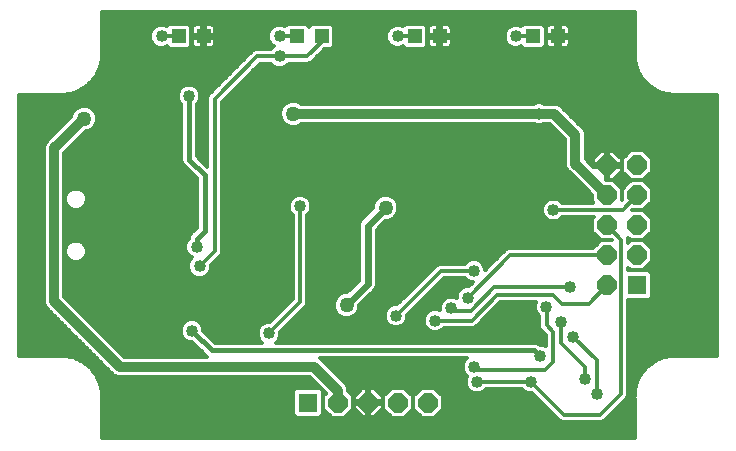
<source format=gbl>
G75*
G70*
%OFA0B0*%
%FSLAX24Y24*%
%IPPOS*%
%LPD*%
%AMOC8*
5,1,8,0,0,1.08239X$1,22.5*
%
%ADD10R,0.0472X0.0472*%
%ADD11R,0.0640X0.0640*%
%ADD12OC8,0.0640*%
%ADD13C,0.0120*%
%ADD14C,0.0400*%
%ADD15C,0.0450*%
%ADD16C,0.0500*%
%ADD17C,0.0240*%
%ADD18C,0.0320*%
%ADD19C,0.0160*%
D10*
X009886Y018199D03*
X010713Y018199D03*
X013823Y018199D03*
X014650Y018199D03*
X017760Y018199D03*
X018587Y018199D03*
X021697Y018199D03*
X022524Y018199D03*
D11*
X025170Y009900D03*
X014205Y005994D03*
D12*
X015205Y005994D03*
X016205Y005994D03*
X017205Y005994D03*
X018205Y005994D03*
X024170Y009900D03*
X024170Y010900D03*
X025170Y010900D03*
X025170Y011900D03*
X024170Y011900D03*
X024170Y012900D03*
X025170Y012900D03*
X025170Y013900D03*
X024170Y013900D03*
D13*
X007330Y006124D02*
X007330Y004796D01*
X025080Y004796D01*
X025080Y006124D01*
X025076Y006129D01*
X025080Y006197D01*
X025080Y006265D01*
X025086Y006271D01*
X025089Y006312D01*
X025081Y006324D01*
X025094Y006385D01*
X025098Y006446D01*
X025109Y006456D01*
X025120Y006503D01*
X025114Y006517D01*
X025135Y006574D01*
X025148Y006635D01*
X025161Y006643D01*
X025178Y006688D01*
X025174Y006702D01*
X025203Y006756D01*
X025225Y006814D01*
X025238Y006820D01*
X025261Y006863D01*
X025259Y006878D01*
X025296Y006927D01*
X025326Y006981D01*
X025340Y006985D01*
X025369Y007024D01*
X025369Y007039D01*
X025413Y007082D01*
X025450Y007132D01*
X025464Y007134D01*
X025498Y007168D01*
X025501Y007183D01*
X025550Y007220D01*
X025594Y007263D01*
X025608Y007263D01*
X025647Y007293D01*
X025651Y007307D01*
X025705Y007336D01*
X025755Y007373D01*
X025769Y007371D01*
X025812Y007394D01*
X025818Y007408D01*
X025876Y007429D01*
X025930Y007459D01*
X025944Y007455D01*
X025990Y007472D01*
X025998Y007484D01*
X026058Y007497D01*
X026116Y007519D01*
X026129Y007513D01*
X026177Y007523D01*
X026186Y007534D01*
X026248Y007539D01*
X026308Y007552D01*
X026320Y007544D01*
X026362Y007547D01*
X026367Y007552D01*
X026435Y007552D01*
X026503Y007557D01*
X026509Y007552D01*
X027836Y007552D01*
X027836Y016247D01*
X026509Y016247D01*
X026503Y016242D01*
X026435Y016247D01*
X026367Y016247D01*
X026362Y016252D01*
X026320Y016255D01*
X026308Y016247D01*
X026248Y016261D01*
X026186Y016265D01*
X026177Y016276D01*
X026129Y016286D01*
X026116Y016280D01*
X026058Y016302D01*
X025998Y016315D01*
X025990Y016327D01*
X025944Y016344D01*
X025930Y016340D01*
X025876Y016370D01*
X025818Y016391D01*
X025812Y016405D01*
X025769Y016428D01*
X025755Y016426D01*
X025705Y016463D01*
X025651Y016492D01*
X025647Y016506D01*
X025608Y016536D01*
X025594Y016536D01*
X025550Y016579D01*
X025501Y016616D01*
X025498Y016631D01*
X025464Y016665D01*
X025450Y016667D01*
X025413Y016716D01*
X025369Y016760D01*
X025369Y016775D01*
X025340Y016814D01*
X025326Y016818D01*
X025296Y016872D01*
X025259Y016921D01*
X025261Y016936D01*
X025238Y016979D01*
X025225Y016985D01*
X025203Y017043D01*
X025174Y017097D01*
X025178Y017111D01*
X025161Y017156D01*
X025148Y017164D01*
X025135Y017225D01*
X025114Y017282D01*
X025120Y017296D01*
X025109Y017343D01*
X025098Y017353D01*
X025094Y017414D01*
X025081Y017475D01*
X025089Y017487D01*
X025086Y017528D01*
X025080Y017534D01*
X025080Y017602D01*
X025076Y017670D01*
X025080Y017675D01*
X025080Y019003D01*
X007330Y019003D01*
X007330Y017675D01*
X007335Y017670D01*
X007330Y017602D01*
X007330Y017534D01*
X007325Y017528D01*
X007322Y017487D01*
X007330Y017475D01*
X007317Y017414D01*
X007312Y017353D01*
X007301Y017343D01*
X007291Y017296D01*
X007297Y017282D01*
X007276Y017225D01*
X007262Y017164D01*
X007250Y017156D01*
X007233Y017111D01*
X007237Y017097D01*
X007208Y017043D01*
X007186Y016985D01*
X007173Y016979D01*
X007149Y016936D01*
X007151Y016921D01*
X007115Y016872D01*
X007085Y016818D01*
X007071Y016814D01*
X007042Y016775D01*
X007042Y016760D01*
X006998Y016717D01*
X006961Y016667D01*
X006947Y016665D01*
X006912Y016631D01*
X006910Y016616D01*
X006861Y016579D01*
X006817Y016536D01*
X006802Y016536D01*
X006763Y016506D01*
X006759Y016492D01*
X006705Y016463D01*
X006656Y016426D01*
X006641Y016428D01*
X006599Y016405D01*
X006593Y016391D01*
X006535Y016370D01*
X006481Y016340D01*
X006467Y016344D01*
X006421Y016327D01*
X006413Y016315D01*
X006353Y016302D01*
X006295Y016280D01*
X006282Y016286D01*
X006234Y016276D01*
X006224Y016265D01*
X006163Y016261D01*
X006103Y016247D01*
X006090Y016255D01*
X006049Y016252D01*
X006044Y016247D01*
X005975Y016247D01*
X005908Y016242D01*
X005902Y016247D01*
X004574Y016247D01*
X004574Y007552D01*
X005902Y007552D01*
X005908Y007557D01*
X005975Y007552D01*
X006044Y007552D01*
X006049Y007547D01*
X006090Y007544D01*
X006103Y007552D01*
X006163Y007539D01*
X006224Y007534D01*
X006234Y007523D01*
X006282Y007513D01*
X006295Y007519D01*
X006353Y007497D01*
X006413Y007484D01*
X006421Y007472D01*
X006467Y007455D01*
X006481Y007459D01*
X006535Y007429D01*
X006593Y007408D01*
X006599Y007394D01*
X006641Y007371D01*
X006656Y007373D01*
X006705Y007336D01*
X006759Y007307D01*
X006763Y007293D01*
X006802Y007263D01*
X006817Y007263D01*
X006861Y007220D01*
X006910Y007183D01*
X006912Y007168D01*
X006947Y007134D01*
X006961Y007132D01*
X006998Y007082D01*
X007042Y007039D01*
X007042Y007024D01*
X007071Y006985D01*
X007085Y006981D01*
X007115Y006927D01*
X007151Y006878D01*
X007149Y006863D01*
X007173Y006820D01*
X007186Y006814D01*
X007208Y006756D01*
X007237Y006702D01*
X007233Y006688D01*
X007250Y006643D01*
X007262Y006635D01*
X007276Y006574D01*
X007297Y006517D01*
X007291Y006503D01*
X007301Y006456D01*
X007312Y006446D01*
X007317Y006385D01*
X007330Y006324D01*
X007322Y006312D01*
X007325Y006271D01*
X007330Y006265D01*
X007330Y006197D01*
X007335Y006129D01*
X007330Y006124D01*
X007333Y006157D02*
X013705Y006157D01*
X013705Y006039D02*
X007330Y006039D01*
X007330Y005920D02*
X013705Y005920D01*
X013705Y005801D02*
X007330Y005801D01*
X007330Y005683D02*
X013705Y005683D01*
X013705Y005599D02*
X013811Y005494D01*
X014600Y005494D01*
X014705Y005599D01*
X014705Y006389D01*
X014600Y006494D01*
X013811Y006494D01*
X013705Y006389D01*
X013705Y005599D01*
X013740Y005564D02*
X007330Y005564D01*
X007330Y005446D02*
X022529Y005446D01*
X022596Y005379D02*
X022684Y005343D01*
X022780Y005343D01*
X023879Y005343D01*
X023975Y005343D01*
X024063Y005379D01*
X024840Y006157D01*
X025078Y006157D01*
X025080Y006039D02*
X024722Y006039D01*
X024840Y006157D02*
X024877Y006245D01*
X024877Y006340D01*
X024877Y009400D01*
X025564Y009400D01*
X025670Y009505D01*
X025670Y010294D01*
X025564Y010399D01*
X024877Y010399D01*
X024877Y010486D01*
X024963Y010400D01*
X025377Y010400D01*
X025670Y010692D01*
X025670Y011107D01*
X025377Y011399D01*
X024963Y011399D01*
X024963Y011400D02*
X025377Y011400D01*
X025670Y011692D01*
X025670Y012107D01*
X025377Y012399D01*
X025005Y012399D01*
X025005Y012400D01*
X025377Y012400D01*
X025670Y012692D01*
X025670Y013107D01*
X025377Y013399D01*
X024963Y013399D01*
X024963Y013400D02*
X025377Y013400D01*
X025670Y013692D01*
X025670Y014107D01*
X025377Y014399D01*
X024963Y014399D01*
X024670Y014107D01*
X024670Y013692D01*
X024963Y013400D01*
X024963Y013399D02*
X024670Y013107D01*
X024377Y013399D01*
X024149Y013399D01*
X024129Y013420D01*
X024130Y013420D01*
X024130Y013859D01*
X024210Y013859D01*
X024210Y013420D01*
X024369Y013420D01*
X024650Y013701D01*
X024650Y013859D01*
X024210Y013859D01*
X024210Y013940D01*
X024130Y013940D01*
X024130Y014379D01*
X023971Y014379D01*
X023690Y014098D01*
X023690Y013940D01*
X024130Y013940D01*
X024130Y013859D01*
X023690Y013859D01*
X023690Y013856D01*
X023447Y014098D01*
X023447Y014836D01*
X023447Y014971D01*
X023395Y015096D01*
X022683Y015809D01*
X022587Y015904D01*
X022462Y015956D01*
X022066Y015956D01*
X021970Y015996D01*
X021819Y015996D01*
X021722Y015956D01*
X013975Y015956D01*
X013950Y015981D01*
X013792Y016046D01*
X013621Y016046D01*
X013463Y015981D01*
X013342Y015860D01*
X013277Y015702D01*
X013277Y015531D01*
X013342Y015372D01*
X013463Y015252D01*
X013621Y015186D01*
X013792Y015186D01*
X013950Y015252D01*
X013975Y015276D01*
X021722Y015276D01*
X021819Y015236D01*
X021970Y015236D01*
X022066Y015276D01*
X022254Y015276D01*
X022767Y014763D01*
X022767Y014023D01*
X022767Y013955D01*
X022767Y013889D01*
X022767Y013888D01*
X022767Y013888D01*
X022794Y013822D01*
X022819Y013764D01*
X022819Y013763D01*
X022872Y013710D01*
X022914Y013668D01*
X022915Y013668D01*
X023670Y012917D01*
X023670Y012692D01*
X023706Y012656D01*
X022665Y012656D01*
X022588Y012733D01*
X022448Y012791D01*
X022297Y012791D01*
X022157Y012733D01*
X022050Y012627D01*
X021992Y012487D01*
X021992Y012336D01*
X022050Y012196D01*
X022157Y012089D01*
X022297Y012031D01*
X022448Y012031D01*
X022588Y012089D01*
X022674Y012176D01*
X023739Y012176D01*
X023670Y012107D01*
X023670Y011692D01*
X023963Y011400D01*
X023963Y011399D02*
X023703Y011139D01*
X020987Y011139D01*
X020891Y011139D01*
X020803Y011103D01*
X020102Y010402D01*
X020102Y010458D01*
X020044Y010598D01*
X019937Y010705D01*
X019798Y010763D01*
X019646Y010763D01*
X019507Y010705D01*
X019425Y010623D01*
X018680Y010623D01*
X018584Y010623D01*
X018496Y010586D01*
X017173Y009263D01*
X017056Y009263D01*
X016917Y009205D01*
X016810Y009098D01*
X016752Y008958D01*
X016752Y008807D01*
X016810Y008667D01*
X016917Y008560D01*
X017056Y008503D01*
X017208Y008503D01*
X017347Y008560D01*
X017454Y008667D01*
X017512Y008807D01*
X017512Y008923D01*
X018732Y010143D01*
X019425Y010143D01*
X019507Y010060D01*
X019646Y010003D01*
X019703Y010003D01*
X019573Y009872D01*
X019456Y009872D01*
X019317Y009815D01*
X019210Y009708D01*
X019152Y009568D01*
X019152Y009478D01*
X019050Y009520D01*
X018899Y009520D01*
X018759Y009462D01*
X018652Y009355D01*
X018595Y009216D01*
X018595Y009069D01*
X018508Y009105D01*
X018356Y009105D01*
X018217Y009047D01*
X018110Y008940D01*
X018052Y008801D01*
X018052Y008649D01*
X018110Y008510D01*
X018217Y008403D01*
X018356Y008345D01*
X018508Y008345D01*
X018647Y008403D01*
X018729Y008485D01*
X019701Y008485D01*
X019789Y008522D01*
X019857Y008589D01*
X020610Y009343D01*
X021800Y009343D01*
X021765Y009258D01*
X021765Y009107D01*
X021823Y008967D01*
X021907Y008883D01*
X021907Y008616D01*
X021907Y008521D01*
X021943Y008433D01*
X022117Y008259D01*
X022117Y007867D01*
X022008Y007913D01*
X021920Y007913D01*
X021879Y007953D01*
X021784Y007993D01*
X021680Y007993D01*
X013121Y007993D01*
X013216Y008088D01*
X013274Y008228D01*
X013274Y008344D01*
X014136Y009205D01*
X014172Y009294D01*
X014172Y009389D01*
X014172Y012235D01*
X014254Y012317D01*
X014312Y012457D01*
X014312Y012608D01*
X014254Y012748D01*
X014147Y012855D01*
X014008Y012913D01*
X013856Y012913D01*
X013717Y012855D01*
X013610Y012748D01*
X013552Y012608D01*
X013552Y012457D01*
X013610Y012317D01*
X013692Y012235D01*
X013692Y009441D01*
X012935Y008684D01*
X012819Y008684D01*
X012679Y008626D01*
X012572Y008519D01*
X012514Y008379D01*
X012514Y008228D01*
X012572Y008088D01*
X012668Y007993D01*
X011090Y007993D01*
X010712Y008370D01*
X010712Y008458D01*
X010654Y008598D01*
X010547Y008705D01*
X010408Y008763D01*
X010256Y008763D01*
X010117Y008705D01*
X010010Y008598D01*
X009952Y008458D01*
X009952Y008307D01*
X010010Y008167D01*
X010117Y008060D01*
X010256Y008003D01*
X010344Y008003D01*
X010762Y007585D01*
X010824Y007523D01*
X008073Y007523D01*
X006077Y009519D01*
X006077Y014321D01*
X006783Y015028D01*
X006818Y015028D01*
X006976Y015093D01*
X007097Y015214D01*
X007162Y015372D01*
X007162Y015543D01*
X007097Y015701D01*
X006976Y015822D01*
X006818Y015888D01*
X006647Y015888D01*
X006489Y015822D01*
X006368Y015701D01*
X006302Y015543D01*
X006302Y015508D01*
X005544Y014751D01*
X005449Y014655D01*
X005397Y014530D01*
X005397Y009310D01*
X005449Y009185D01*
X005544Y009090D01*
X007740Y006894D01*
X007864Y006843D01*
X008000Y006843D01*
X014268Y006843D01*
X014807Y006303D01*
X014705Y006201D01*
X014705Y005787D01*
X014998Y005494D01*
X015412Y005494D01*
X015705Y005787D01*
X015705Y006201D01*
X015545Y006361D01*
X015545Y006453D01*
X015494Y006578D01*
X015398Y006674D01*
X014601Y007471D01*
X014597Y007473D01*
X019485Y007473D01*
X019410Y007398D01*
X019352Y007258D01*
X019352Y007107D01*
X019410Y006967D01*
X019501Y006876D01*
X019452Y006758D01*
X019452Y006607D01*
X019510Y006467D01*
X019617Y006360D01*
X019756Y006303D01*
X019908Y006303D01*
X020047Y006360D01*
X020130Y006443D01*
X021335Y006443D01*
X021417Y006360D01*
X021556Y006303D01*
X021673Y006303D01*
X022596Y005379D01*
X022732Y005583D02*
X021632Y006683D01*
X019832Y006683D01*
X019491Y006513D02*
X015521Y006513D01*
X015545Y006394D02*
X015927Y006394D01*
X016007Y006474D02*
X015725Y006193D01*
X015725Y006034D01*
X016165Y006034D01*
X016165Y005954D01*
X015725Y005954D01*
X015725Y005795D01*
X016007Y005514D01*
X016165Y005514D01*
X016165Y005954D01*
X016245Y005954D01*
X016245Y005514D01*
X016404Y005514D01*
X016685Y005795D01*
X016685Y005954D01*
X016246Y005954D01*
X016246Y006034D01*
X016685Y006034D01*
X016685Y006193D01*
X016404Y006474D01*
X016245Y006474D01*
X016245Y006034D01*
X016165Y006034D01*
X016165Y006474D01*
X016007Y006474D01*
X016165Y006394D02*
X016245Y006394D01*
X016245Y006276D02*
X016165Y006276D01*
X016165Y006157D02*
X016245Y006157D01*
X016245Y006039D02*
X016165Y006039D01*
X016165Y005920D02*
X016245Y005920D01*
X016245Y005801D02*
X016165Y005801D01*
X016165Y005683D02*
X016245Y005683D01*
X016245Y005564D02*
X016165Y005564D01*
X015956Y005564D02*
X015483Y005564D01*
X015601Y005683D02*
X015838Y005683D01*
X015725Y005801D02*
X015705Y005801D01*
X015705Y005920D02*
X015725Y005920D01*
X015725Y006039D02*
X015705Y006039D01*
X015705Y006157D02*
X015725Y006157D01*
X015808Y006276D02*
X015631Y006276D01*
X015441Y006631D02*
X019452Y006631D01*
X019452Y006750D02*
X015322Y006750D01*
X015203Y006868D02*
X019498Y006868D01*
X019402Y006987D02*
X015085Y006987D01*
X014966Y007105D02*
X019353Y007105D01*
X019352Y007224D02*
X014848Y007224D01*
X014729Y007343D02*
X019387Y007343D01*
X019473Y007461D02*
X014611Y007461D01*
X014360Y006750D02*
X007211Y006750D01*
X007263Y006631D02*
X014479Y006631D01*
X014598Y006513D02*
X007295Y006513D01*
X007316Y006394D02*
X013711Y006394D01*
X013705Y006276D02*
X007325Y006276D01*
X007150Y006868D02*
X007802Y006868D01*
X007647Y006987D02*
X007070Y006987D01*
X006981Y007105D02*
X007528Y007105D01*
X007410Y007224D02*
X006857Y007224D01*
X006697Y007343D02*
X007291Y007343D01*
X007173Y007461D02*
X006450Y007461D01*
X006936Y007698D02*
X004574Y007698D01*
X004574Y007580D02*
X007054Y007580D01*
X006817Y007817D02*
X004574Y007817D01*
X004574Y007935D02*
X006699Y007935D01*
X006580Y008054D02*
X004574Y008054D01*
X004574Y008172D02*
X006462Y008172D01*
X006343Y008291D02*
X004574Y008291D01*
X004574Y008409D02*
X006224Y008409D01*
X006106Y008528D02*
X004574Y008528D01*
X004574Y008647D02*
X005987Y008647D01*
X005869Y008765D02*
X004574Y008765D01*
X004574Y008884D02*
X005750Y008884D01*
X005632Y009002D02*
X004574Y009002D01*
X004574Y009121D02*
X005513Y009121D01*
X005426Y009239D02*
X004574Y009239D01*
X004574Y009358D02*
X005397Y009358D01*
X005397Y009476D02*
X004574Y009476D01*
X004574Y009595D02*
X005397Y009595D01*
X005397Y009713D02*
X004574Y009713D01*
X004574Y009832D02*
X005397Y009832D01*
X005397Y009951D02*
X004574Y009951D01*
X004574Y010069D02*
X005397Y010069D01*
X005397Y010188D02*
X004574Y010188D01*
X004574Y010306D02*
X005397Y010306D01*
X005397Y010425D02*
X004574Y010425D01*
X004574Y010543D02*
X005397Y010543D01*
X005397Y010662D02*
X004574Y010662D01*
X004574Y010780D02*
X005397Y010780D01*
X005397Y010899D02*
X004574Y010899D01*
X004574Y011017D02*
X005397Y011017D01*
X005397Y011136D02*
X004574Y011136D01*
X004574Y011254D02*
X005397Y011254D01*
X005397Y011373D02*
X004574Y011373D01*
X004574Y011492D02*
X005397Y011492D01*
X005397Y011610D02*
X004574Y011610D01*
X004574Y011729D02*
X005397Y011729D01*
X005397Y011847D02*
X004574Y011847D01*
X004574Y011966D02*
X005397Y011966D01*
X005397Y012084D02*
X004574Y012084D01*
X004574Y012203D02*
X005397Y012203D01*
X005397Y012321D02*
X004574Y012321D01*
X004574Y012440D02*
X005397Y012440D01*
X005397Y012558D02*
X004574Y012558D01*
X004574Y012677D02*
X005397Y012677D01*
X005397Y012796D02*
X004574Y012796D01*
X004574Y012914D02*
X005397Y012914D01*
X005397Y013033D02*
X004574Y013033D01*
X004574Y013151D02*
X005397Y013151D01*
X005397Y013270D02*
X004574Y013270D01*
X004574Y013388D02*
X005397Y013388D01*
X005397Y013507D02*
X004574Y013507D01*
X004574Y013625D02*
X005397Y013625D01*
X005397Y013744D02*
X004574Y013744D01*
X004574Y013862D02*
X005397Y013862D01*
X005397Y013981D02*
X004574Y013981D01*
X004574Y014100D02*
X005397Y014100D01*
X005397Y014218D02*
X004574Y014218D01*
X004574Y014337D02*
X005397Y014337D01*
X005397Y014455D02*
X004574Y014455D01*
X004574Y014574D02*
X005415Y014574D01*
X005486Y014692D02*
X004574Y014692D01*
X004574Y014811D02*
X005605Y014811D01*
X005723Y014929D02*
X004574Y014929D01*
X004574Y015048D02*
X005842Y015048D01*
X005960Y015166D02*
X004574Y015166D01*
X004574Y015285D02*
X006079Y015285D01*
X006197Y015404D02*
X004574Y015404D01*
X004574Y015522D02*
X006302Y015522D01*
X006343Y015641D02*
X004574Y015641D01*
X004574Y015759D02*
X006426Y015759D01*
X006623Y015878D02*
X004574Y015878D01*
X004574Y015996D02*
X009908Y015996D01*
X009910Y015992D02*
X009974Y015928D01*
X009977Y015577D01*
X009977Y014140D01*
X009977Y014037D01*
X010016Y013941D01*
X010487Y013471D01*
X010487Y011816D01*
X010335Y011664D01*
X010262Y011591D01*
X010222Y011496D01*
X010222Y011460D01*
X010160Y011398D01*
X010102Y011258D01*
X010102Y011107D01*
X010160Y010967D01*
X010267Y010860D01*
X010342Y010829D01*
X010260Y010748D01*
X010202Y010608D01*
X010202Y010457D01*
X010260Y010317D01*
X010367Y010210D01*
X010506Y010153D01*
X010658Y010153D01*
X010797Y010210D01*
X010904Y010317D01*
X010962Y010457D01*
X010962Y010573D01*
X011218Y010829D01*
X011286Y010897D01*
X011322Y010985D01*
X011322Y016008D01*
X012604Y017289D01*
X012955Y017289D01*
X013037Y017207D01*
X013177Y017149D01*
X013328Y017149D01*
X013468Y017207D01*
X013550Y017289D01*
X014110Y017289D01*
X014206Y017289D01*
X014294Y017326D01*
X014751Y017783D01*
X014961Y017783D01*
X015066Y017888D01*
X015066Y018509D01*
X014961Y018615D01*
X014339Y018615D01*
X014237Y018512D01*
X014134Y018615D01*
X013513Y018615D01*
X013433Y018535D01*
X013328Y018579D01*
X013177Y018579D01*
X013037Y018521D01*
X012930Y018414D01*
X012873Y018274D01*
X012873Y018123D01*
X012930Y017983D01*
X013037Y017877D01*
X013068Y017864D01*
X013037Y017852D01*
X012955Y017769D01*
X012457Y017769D01*
X012369Y017733D01*
X012301Y017665D01*
X010879Y016243D01*
X010842Y016155D01*
X010842Y016059D01*
X010842Y013851D01*
X010497Y014196D01*
X010497Y015527D01*
X010497Y015528D01*
X010497Y015580D01*
X010497Y015630D01*
X010496Y015630D01*
X010494Y015932D01*
X010554Y015992D01*
X010612Y016132D01*
X010612Y016283D01*
X010554Y016423D01*
X010447Y016530D01*
X010308Y016588D01*
X010156Y016588D01*
X010017Y016530D01*
X009910Y016423D01*
X009852Y016283D01*
X009852Y016132D01*
X009910Y015992D01*
X009975Y015878D02*
X006841Y015878D01*
X007039Y015759D02*
X009975Y015759D01*
X009976Y015641D02*
X007122Y015641D01*
X007162Y015522D02*
X009977Y015522D01*
X009977Y015404D02*
X007162Y015404D01*
X007126Y015285D02*
X009977Y015285D01*
X009977Y015166D02*
X007049Y015166D01*
X006867Y015048D02*
X009977Y015048D01*
X009977Y014929D02*
X006685Y014929D01*
X006566Y014811D02*
X009977Y014811D01*
X009977Y014692D02*
X006448Y014692D01*
X006329Y014574D02*
X009977Y014574D01*
X009977Y014455D02*
X006210Y014455D01*
X006092Y014337D02*
X009977Y014337D01*
X009977Y014218D02*
X006077Y014218D01*
X006077Y014100D02*
X009977Y014100D01*
X010000Y013981D02*
X006077Y013981D01*
X006077Y013862D02*
X010095Y013862D01*
X010214Y013744D02*
X006077Y013744D01*
X006077Y013625D02*
X010332Y013625D01*
X010451Y013507D02*
X006077Y013507D01*
X006077Y013388D02*
X010487Y013388D01*
X010487Y013270D02*
X006077Y013270D01*
X006077Y013151D02*
X010487Y013151D01*
X010487Y013033D02*
X006699Y013033D01*
X006664Y013068D02*
X006764Y012968D01*
X006818Y012837D01*
X006818Y012695D01*
X006764Y012563D01*
X006664Y012463D01*
X006532Y012409D01*
X006390Y012409D01*
X006259Y012463D01*
X006158Y012563D01*
X006104Y012695D01*
X006104Y012837D01*
X006158Y012968D01*
X006259Y013068D01*
X006390Y013123D01*
X006532Y013123D01*
X006664Y013068D01*
X006786Y012914D02*
X010487Y012914D01*
X010487Y012796D02*
X006818Y012796D01*
X006811Y012677D02*
X010487Y012677D01*
X010487Y012558D02*
X006759Y012558D01*
X006608Y012440D02*
X010487Y012440D01*
X010487Y012321D02*
X006077Y012321D01*
X006077Y012203D02*
X010487Y012203D01*
X010487Y012084D02*
X006077Y012084D01*
X006077Y011966D02*
X010487Y011966D01*
X010487Y011847D02*
X006077Y011847D01*
X006077Y011729D02*
X010399Y011729D01*
X010281Y011610D02*
X006077Y011610D01*
X006077Y011492D02*
X010222Y011492D01*
X010150Y011373D02*
X006574Y011373D01*
X006532Y011391D02*
X006664Y011336D01*
X006764Y011236D01*
X006818Y011104D01*
X006818Y010962D01*
X006764Y010831D01*
X006664Y010731D01*
X006532Y010676D01*
X006390Y010676D01*
X006259Y010731D01*
X006158Y010831D01*
X006104Y010962D01*
X006104Y011104D01*
X006158Y011236D01*
X006259Y011336D01*
X006390Y011391D01*
X006532Y011391D01*
X006348Y011373D02*
X006077Y011373D01*
X006077Y011254D02*
X006177Y011254D01*
X006117Y011136D02*
X006077Y011136D01*
X006077Y011017D02*
X006104Y011017D01*
X006130Y010899D02*
X006077Y010899D01*
X006077Y010780D02*
X006209Y010780D01*
X006077Y010662D02*
X010224Y010662D01*
X010202Y010543D02*
X006077Y010543D01*
X006077Y010425D02*
X010215Y010425D01*
X010271Y010306D02*
X006077Y010306D01*
X006077Y010188D02*
X010422Y010188D01*
X010742Y010188D02*
X013692Y010188D01*
X013692Y010306D02*
X010893Y010306D01*
X010949Y010425D02*
X013692Y010425D01*
X013692Y010543D02*
X010962Y010543D01*
X011051Y010662D02*
X013692Y010662D01*
X013692Y010780D02*
X011169Y010780D01*
X011286Y010899D02*
X013692Y010899D01*
X013692Y011017D02*
X011322Y011017D01*
X011322Y011136D02*
X013692Y011136D01*
X013692Y011254D02*
X011322Y011254D01*
X011322Y011373D02*
X013692Y011373D01*
X013692Y011492D02*
X011322Y011492D01*
X011322Y011610D02*
X013692Y011610D01*
X013692Y011729D02*
X011322Y011729D01*
X011322Y011847D02*
X013692Y011847D01*
X013692Y011966D02*
X011322Y011966D01*
X011322Y012084D02*
X013692Y012084D01*
X013692Y012203D02*
X011322Y012203D01*
X011322Y012321D02*
X013608Y012321D01*
X013559Y012440D02*
X011322Y012440D01*
X011322Y012558D02*
X013552Y012558D01*
X013581Y012677D02*
X011322Y012677D01*
X011322Y012796D02*
X013658Y012796D01*
X013932Y012533D02*
X013932Y009341D01*
X012894Y008304D01*
X012514Y008291D02*
X010791Y008291D01*
X010712Y008409D02*
X012527Y008409D01*
X012581Y008528D02*
X010683Y008528D01*
X010606Y008647D02*
X012729Y008647D01*
X013016Y008765D02*
X006830Y008765D01*
X006712Y008884D02*
X013135Y008884D01*
X013254Y009002D02*
X006593Y009002D01*
X006475Y009121D02*
X013372Y009121D01*
X013491Y009239D02*
X006356Y009239D01*
X006238Y009358D02*
X013609Y009358D01*
X013692Y009476D02*
X006119Y009476D01*
X006077Y009595D02*
X013692Y009595D01*
X013692Y009713D02*
X006077Y009713D01*
X006077Y009832D02*
X013692Y009832D01*
X013692Y009951D02*
X006077Y009951D01*
X006077Y010069D02*
X013692Y010069D01*
X014172Y010069D02*
X015882Y010069D01*
X015882Y010057D02*
X015488Y009663D01*
X015397Y009663D01*
X015239Y009597D01*
X015118Y009476D01*
X014172Y009476D01*
X014172Y009358D02*
X015069Y009358D01*
X015052Y009318D02*
X015052Y009147D01*
X015118Y008989D01*
X015239Y008868D01*
X015397Y008803D01*
X015568Y008803D01*
X015726Y008868D01*
X015847Y008989D01*
X015912Y009147D01*
X015912Y009238D01*
X016352Y009678D01*
X016436Y009763D01*
X016482Y009873D01*
X016482Y011758D01*
X016776Y012053D01*
X016868Y012053D01*
X017026Y012118D01*
X017147Y012239D01*
X017212Y012397D01*
X017212Y012568D01*
X017147Y012726D01*
X017026Y012847D01*
X016868Y012913D01*
X016697Y012913D01*
X016539Y012847D01*
X016418Y012726D01*
X016352Y012568D01*
X016352Y012477D01*
X015928Y012053D01*
X015882Y011942D01*
X015882Y011823D01*
X015882Y010057D01*
X015882Y010188D02*
X014172Y010188D01*
X014172Y010306D02*
X015882Y010306D01*
X015882Y010425D02*
X014172Y010425D01*
X014172Y010543D02*
X015882Y010543D01*
X015882Y010662D02*
X014172Y010662D01*
X014172Y010780D02*
X015882Y010780D01*
X015882Y010899D02*
X014172Y010899D01*
X014172Y011017D02*
X015882Y011017D01*
X015882Y011136D02*
X014172Y011136D01*
X014172Y011254D02*
X015882Y011254D01*
X015882Y011373D02*
X014172Y011373D01*
X014172Y011492D02*
X015882Y011492D01*
X015882Y011610D02*
X014172Y011610D01*
X014172Y011729D02*
X015882Y011729D01*
X015882Y011847D02*
X014172Y011847D01*
X014172Y011966D02*
X015892Y011966D01*
X015960Y012084D02*
X014172Y012084D01*
X014172Y012203D02*
X016078Y012203D01*
X016197Y012321D02*
X014256Y012321D01*
X014305Y012440D02*
X016315Y012440D01*
X016352Y012558D02*
X014312Y012558D01*
X014284Y012677D02*
X016397Y012677D01*
X016487Y012796D02*
X014207Y012796D01*
X016482Y011729D02*
X023670Y011729D01*
X023670Y011847D02*
X016571Y011847D01*
X016690Y011966D02*
X023670Y011966D01*
X023670Y012084D02*
X022576Y012084D01*
X022169Y012084D02*
X016944Y012084D01*
X017110Y012203D02*
X022047Y012203D01*
X021998Y012321D02*
X017181Y012321D01*
X017212Y012440D02*
X021992Y012440D01*
X022022Y012558D02*
X017212Y012558D01*
X017167Y012677D02*
X022101Y012677D01*
X022372Y012411D02*
X022446Y012416D01*
X024680Y012416D01*
X025170Y012900D01*
X025670Y012914D02*
X027836Y012914D01*
X027836Y012796D02*
X025670Y012796D01*
X025654Y012677D02*
X027836Y012677D01*
X027836Y012558D02*
X025536Y012558D01*
X025417Y012440D02*
X027836Y012440D01*
X027836Y012321D02*
X025455Y012321D01*
X025574Y012203D02*
X027836Y012203D01*
X027836Y012084D02*
X025670Y012084D01*
X025670Y011966D02*
X027836Y011966D01*
X027836Y011847D02*
X025670Y011847D01*
X025670Y011729D02*
X027836Y011729D01*
X027836Y011610D02*
X025588Y011610D01*
X025469Y011492D02*
X027836Y011492D01*
X027836Y011373D02*
X025403Y011373D01*
X025522Y011254D02*
X027836Y011254D01*
X027836Y011136D02*
X025641Y011136D01*
X025670Y011017D02*
X027836Y011017D01*
X027836Y010899D02*
X025670Y010899D01*
X025670Y010780D02*
X027836Y010780D01*
X027836Y010662D02*
X025639Y010662D01*
X025521Y010543D02*
X027836Y010543D01*
X027836Y010425D02*
X025402Y010425D01*
X025658Y010306D02*
X027836Y010306D01*
X027836Y010188D02*
X025670Y010188D01*
X025670Y010069D02*
X027836Y010069D01*
X027836Y009951D02*
X025670Y009951D01*
X025670Y009832D02*
X027836Y009832D01*
X027836Y009713D02*
X025670Y009713D01*
X025670Y009595D02*
X027836Y009595D01*
X027836Y009476D02*
X025641Y009476D01*
X024877Y009358D02*
X027836Y009358D01*
X027836Y009239D02*
X024877Y009239D01*
X024877Y009121D02*
X027836Y009121D01*
X027836Y009002D02*
X024877Y009002D01*
X024877Y008884D02*
X027836Y008884D01*
X027836Y008765D02*
X024877Y008765D01*
X024877Y008647D02*
X027836Y008647D01*
X027836Y008528D02*
X024877Y008528D01*
X024877Y008409D02*
X027836Y008409D01*
X027836Y008291D02*
X024877Y008291D01*
X024877Y008172D02*
X027836Y008172D01*
X027836Y008054D02*
X024877Y008054D01*
X024877Y007935D02*
X027836Y007935D01*
X027836Y007817D02*
X024877Y007817D01*
X024877Y007698D02*
X027836Y007698D01*
X027836Y007580D02*
X024877Y007580D01*
X024877Y007461D02*
X025961Y007461D01*
X025714Y007343D02*
X024877Y007343D01*
X024877Y007224D02*
X025554Y007224D01*
X025430Y007105D02*
X024877Y007105D01*
X024877Y006987D02*
X025341Y006987D01*
X025260Y006868D02*
X024877Y006868D01*
X024877Y006750D02*
X025200Y006750D01*
X025148Y006631D02*
X024877Y006631D01*
X024877Y006513D02*
X025115Y006513D01*
X025095Y006394D02*
X024877Y006394D01*
X024877Y006276D02*
X025086Y006276D01*
X024637Y006293D02*
X023927Y005583D01*
X022732Y005583D01*
X022411Y005564D02*
X018483Y005564D01*
X018412Y005494D02*
X017998Y005494D01*
X017705Y005787D01*
X017412Y005494D01*
X016998Y005494D01*
X016705Y005787D01*
X016705Y006201D01*
X016998Y006494D01*
X017412Y006494D01*
X017705Y006201D01*
X017705Y005787D01*
X017705Y006201D01*
X017998Y006494D01*
X018412Y006494D01*
X018705Y006201D01*
X018705Y005787D01*
X018412Y005494D01*
X018601Y005683D02*
X022292Y005683D01*
X022174Y005801D02*
X018705Y005801D01*
X018705Y005920D02*
X022055Y005920D01*
X021937Y006039D02*
X018705Y006039D01*
X018705Y006157D02*
X021818Y006157D01*
X021700Y006276D02*
X018631Y006276D01*
X018512Y006394D02*
X019583Y006394D01*
X020081Y006394D02*
X021383Y006394D01*
X022101Y007083D02*
X019832Y007083D01*
X019732Y007183D01*
X017898Y006394D02*
X017512Y006394D01*
X017631Y006276D02*
X017780Y006276D01*
X017705Y006157D02*
X017705Y006157D01*
X017705Y006039D02*
X017705Y006039D01*
X017705Y005920D02*
X017705Y005920D01*
X017705Y005801D02*
X017705Y005801D01*
X017601Y005683D02*
X017809Y005683D01*
X017928Y005564D02*
X017483Y005564D01*
X016928Y005564D02*
X016455Y005564D01*
X016573Y005683D02*
X016809Y005683D01*
X016705Y005801D02*
X016685Y005801D01*
X016685Y005920D02*
X016705Y005920D01*
X016705Y006039D02*
X016685Y006039D01*
X016685Y006157D02*
X016705Y006157D01*
X016780Y006276D02*
X016602Y006276D01*
X016484Y006394D02*
X016898Y006394D01*
X014780Y006276D02*
X014705Y006276D01*
X014700Y006394D02*
X014716Y006394D01*
X014705Y006157D02*
X014705Y006157D01*
X014705Y006039D02*
X014705Y006039D01*
X014705Y005920D02*
X014705Y005920D01*
X014705Y005801D02*
X014705Y005801D01*
X014705Y005683D02*
X014809Y005683D01*
X014928Y005564D02*
X014670Y005564D01*
X010767Y007580D02*
X008016Y007580D01*
X007897Y007698D02*
X010649Y007698D01*
X010762Y007585D02*
X010762Y007585D01*
X010530Y007817D02*
X007779Y007817D01*
X007660Y007935D02*
X010412Y007935D01*
X010133Y008054D02*
X007542Y008054D01*
X007423Y008172D02*
X010008Y008172D01*
X009959Y008291D02*
X007305Y008291D01*
X007186Y008409D02*
X009952Y008409D01*
X009981Y008528D02*
X007067Y008528D01*
X006949Y008647D02*
X010059Y008647D01*
X010910Y008172D02*
X012537Y008172D01*
X012607Y008054D02*
X011029Y008054D01*
X013182Y008054D02*
X022117Y008054D01*
X022117Y008172D02*
X013251Y008172D01*
X013274Y008291D02*
X022085Y008291D01*
X021967Y008409D02*
X018654Y008409D01*
X018432Y008725D02*
X019653Y008725D01*
X020511Y009583D01*
X022364Y009583D01*
X022664Y009283D01*
X023547Y009283D01*
X024170Y009900D01*
X024877Y010425D02*
X024938Y010425D01*
X024170Y010900D02*
X020939Y010900D01*
X019532Y009492D01*
X019359Y009832D02*
X018421Y009832D01*
X018539Y009951D02*
X019651Y009951D01*
X019498Y010069D02*
X018658Y010069D01*
X018632Y010383D02*
X017132Y008883D01*
X016752Y008884D02*
X015741Y008884D01*
X015852Y009002D02*
X016770Y009002D01*
X016833Y009121D02*
X015901Y009121D01*
X015913Y009239D02*
X017000Y009239D01*
X017268Y009358D02*
X016032Y009358D01*
X016150Y009476D02*
X017386Y009476D01*
X017505Y009595D02*
X016269Y009595D01*
X016387Y009713D02*
X017624Y009713D01*
X017742Y009832D02*
X016465Y009832D01*
X016482Y009951D02*
X017861Y009951D01*
X017979Y010069D02*
X016482Y010069D01*
X016482Y010188D02*
X018098Y010188D01*
X018216Y010306D02*
X016482Y010306D01*
X016482Y010425D02*
X018335Y010425D01*
X018453Y010543D02*
X016482Y010543D01*
X016482Y010662D02*
X019464Y010662D01*
X019722Y010383D02*
X018632Y010383D01*
X018302Y009713D02*
X019216Y009713D01*
X019163Y009595D02*
X018184Y009595D01*
X018065Y009476D02*
X018794Y009476D01*
X018655Y009358D02*
X017947Y009358D01*
X017828Y009239D02*
X018604Y009239D01*
X018595Y009121D02*
X017710Y009121D01*
X017591Y009002D02*
X018172Y009002D01*
X018086Y008884D02*
X017512Y008884D01*
X017495Y008765D02*
X018052Y008765D01*
X018053Y008647D02*
X017433Y008647D01*
X017269Y008528D02*
X018102Y008528D01*
X018210Y008409D02*
X013340Y008409D01*
X013458Y008528D02*
X016995Y008528D01*
X016831Y008647D02*
X013577Y008647D01*
X013695Y008765D02*
X016769Y008765D01*
X015223Y008884D02*
X013814Y008884D01*
X013932Y009002D02*
X015112Y009002D01*
X015063Y009121D02*
X014051Y009121D01*
X014150Y009239D02*
X015052Y009239D01*
X015052Y009318D02*
X015118Y009476D01*
X015236Y009595D02*
X014172Y009595D01*
X014172Y009713D02*
X015539Y009713D01*
X015657Y009832D02*
X014172Y009832D01*
X014172Y009951D02*
X015776Y009951D01*
X016482Y010780D02*
X020481Y010780D01*
X020599Y010899D02*
X016482Y010899D01*
X016482Y011017D02*
X020718Y011017D01*
X020883Y011136D02*
X016482Y011136D01*
X016482Y011254D02*
X023818Y011254D01*
X023936Y011373D02*
X016482Y011373D01*
X016482Y011492D02*
X023871Y011492D01*
X023963Y011400D02*
X024326Y011400D01*
X024326Y011399D01*
X023963Y011399D01*
X023752Y011610D02*
X016482Y011610D01*
X017077Y012796D02*
X023670Y012796D01*
X023670Y012914D02*
X011322Y012914D01*
X011322Y013033D02*
X023554Y013033D01*
X023434Y013151D02*
X011322Y013151D01*
X011322Y013270D02*
X023315Y013270D01*
X023196Y013388D02*
X011322Y013388D01*
X011322Y013507D02*
X023077Y013507D01*
X022957Y013625D02*
X011322Y013625D01*
X011322Y013744D02*
X022838Y013744D01*
X022819Y013763D02*
X022819Y013763D01*
X022778Y013862D02*
X011322Y013862D01*
X011322Y013981D02*
X022767Y013981D01*
X022767Y014023D02*
X022767Y014023D01*
X022767Y014100D02*
X011322Y014100D01*
X011322Y014218D02*
X022767Y014218D01*
X022767Y014337D02*
X011322Y014337D01*
X011322Y014455D02*
X022767Y014455D01*
X022767Y014574D02*
X011322Y014574D01*
X011322Y014692D02*
X022767Y014692D01*
X022719Y014811D02*
X011322Y014811D01*
X011322Y014929D02*
X022600Y014929D01*
X022482Y015048D02*
X011322Y015048D01*
X011322Y015166D02*
X022363Y015166D01*
X022969Y015522D02*
X027836Y015522D01*
X027836Y015404D02*
X023088Y015404D01*
X023206Y015285D02*
X027836Y015285D01*
X027836Y015166D02*
X023325Y015166D01*
X023415Y015048D02*
X027836Y015048D01*
X027836Y014929D02*
X023447Y014929D01*
X023447Y014811D02*
X027836Y014811D01*
X027836Y014692D02*
X023447Y014692D01*
X023447Y014574D02*
X027836Y014574D01*
X027836Y014455D02*
X023447Y014455D01*
X023447Y014337D02*
X023928Y014337D01*
X023810Y014218D02*
X023447Y014218D01*
X023447Y014100D02*
X023691Y014100D01*
X023690Y013981D02*
X023564Y013981D01*
X023684Y013862D02*
X024130Y013862D01*
X024210Y013862D02*
X024670Y013862D01*
X024650Y013940D02*
X024210Y013940D01*
X024210Y014379D01*
X024369Y014379D01*
X024650Y014098D01*
X024650Y013940D01*
X024650Y013981D02*
X024670Y013981D01*
X024670Y014100D02*
X024649Y014100D01*
X024530Y014218D02*
X024781Y014218D01*
X024900Y014337D02*
X024412Y014337D01*
X024210Y014337D02*
X024130Y014337D01*
X024130Y014218D02*
X024210Y014218D01*
X024210Y014100D02*
X024130Y014100D01*
X024130Y013981D02*
X024210Y013981D01*
X024210Y013744D02*
X024130Y013744D01*
X024130Y013625D02*
X024210Y013625D01*
X024210Y013507D02*
X024130Y013507D01*
X024388Y013388D02*
X024952Y013388D01*
X024856Y013507D02*
X024456Y013507D01*
X024575Y013625D02*
X024737Y013625D01*
X024670Y013744D02*
X024650Y013744D01*
X024507Y013270D02*
X024833Y013270D01*
X024714Y013151D02*
X024625Y013151D01*
X024670Y013107D02*
X024670Y012743D01*
X024670Y012743D01*
X024670Y013107D01*
X024670Y013033D02*
X024670Y013033D01*
X024670Y012914D02*
X024670Y012914D01*
X024670Y012796D02*
X024670Y012796D01*
X023685Y012677D02*
X022644Y012677D01*
X024170Y011900D02*
X024637Y011426D01*
X024637Y006293D01*
X024604Y005920D02*
X025080Y005920D01*
X025080Y005801D02*
X024485Y005801D01*
X024367Y005683D02*
X025080Y005683D01*
X025080Y005564D02*
X024248Y005564D01*
X024130Y005446D02*
X025080Y005446D01*
X025080Y005327D02*
X007330Y005327D01*
X007330Y005209D02*
X025080Y005209D01*
X025080Y005090D02*
X007330Y005090D01*
X007330Y004972D02*
X025080Y004972D01*
X025080Y004853D02*
X007330Y004853D01*
X010582Y010533D02*
X011082Y011033D01*
X011082Y016107D01*
X012505Y017529D01*
X013253Y017529D01*
X014158Y017529D01*
X014650Y018022D01*
X014650Y018199D01*
X015066Y018249D02*
X016810Y018249D01*
X016810Y018274D02*
X016810Y018123D01*
X016867Y017983D01*
X016974Y017877D01*
X017114Y017819D01*
X017265Y017819D01*
X017370Y017862D01*
X017450Y017783D01*
X018071Y017783D01*
X018177Y017888D01*
X018177Y018509D01*
X018071Y018615D01*
X017450Y018615D01*
X017370Y018535D01*
X017265Y018579D01*
X017114Y018579D01*
X016974Y018521D01*
X016867Y018414D01*
X016810Y018274D01*
X016848Y018367D02*
X015066Y018367D01*
X015066Y018486D02*
X016939Y018486D01*
X017190Y018199D02*
X017760Y018199D01*
X017439Y018604D02*
X014972Y018604D01*
X014329Y018604D02*
X014145Y018604D01*
X013823Y018199D02*
X013253Y018199D01*
X013002Y018486D02*
X011101Y018486D01*
X011099Y018497D02*
X011077Y018533D01*
X011048Y018563D01*
X011011Y018584D01*
X010971Y018595D01*
X010771Y018595D01*
X010771Y018257D01*
X010655Y018257D01*
X010655Y018595D01*
X010456Y018595D01*
X010415Y018584D01*
X010379Y018563D01*
X010349Y018533D01*
X010328Y018497D01*
X010317Y018456D01*
X010317Y018257D01*
X010655Y018257D01*
X010655Y018141D01*
X010317Y018141D01*
X010317Y017941D01*
X010328Y017901D01*
X010349Y017864D01*
X010379Y017834D01*
X010415Y017813D01*
X010456Y017803D01*
X010655Y017803D01*
X010655Y018140D01*
X010771Y018140D01*
X010771Y017803D01*
X010971Y017803D01*
X011011Y017813D01*
X011048Y017834D01*
X011077Y017864D01*
X011099Y017901D01*
X011109Y017941D01*
X011109Y018141D01*
X010772Y018141D01*
X010772Y018257D01*
X011109Y018257D01*
X011109Y018456D01*
X011099Y018497D01*
X011109Y018367D02*
X012911Y018367D01*
X012873Y018249D02*
X010772Y018249D01*
X010655Y018249D02*
X010303Y018249D01*
X010303Y018367D02*
X010317Y018367D01*
X010303Y018486D02*
X010325Y018486D01*
X010303Y018509D02*
X010197Y018615D01*
X009576Y018615D01*
X009496Y018535D01*
X009391Y018579D01*
X009240Y018579D01*
X009100Y018521D01*
X008993Y018414D01*
X008936Y018274D01*
X008936Y018123D01*
X008993Y017983D01*
X009100Y017877D01*
X009240Y017819D01*
X009391Y017819D01*
X009496Y017862D01*
X009576Y017783D01*
X010197Y017783D01*
X010303Y017888D01*
X010303Y018509D01*
X010208Y018604D02*
X013502Y018604D01*
X012873Y018130D02*
X011109Y018130D01*
X011109Y018011D02*
X012919Y018011D01*
X013021Y017893D02*
X011094Y017893D01*
X010771Y017893D02*
X010655Y017893D01*
X010655Y018011D02*
X010771Y018011D01*
X010771Y018130D02*
X010655Y018130D01*
X010655Y018367D02*
X010771Y018367D01*
X010771Y018486D02*
X010655Y018486D01*
X010317Y018130D02*
X010303Y018130D01*
X010303Y018011D02*
X010317Y018011D01*
X010303Y017893D02*
X010332Y017893D01*
X009886Y018199D02*
X009316Y018199D01*
X009065Y018486D02*
X007330Y018486D01*
X007330Y018604D02*
X009565Y018604D01*
X008974Y018367D02*
X007330Y018367D01*
X007330Y018249D02*
X008936Y018249D01*
X008936Y018130D02*
X007330Y018130D01*
X007330Y018011D02*
X008982Y018011D01*
X009084Y017893D02*
X007330Y017893D01*
X007330Y017774D02*
X012960Y017774D01*
X012292Y017656D02*
X007334Y017656D01*
X007330Y017537D02*
X012173Y017537D01*
X012054Y017419D02*
X007318Y017419D01*
X007292Y017300D02*
X011936Y017300D01*
X011817Y017182D02*
X007266Y017182D01*
X007219Y017063D02*
X011699Y017063D01*
X011580Y016945D02*
X007154Y016945D01*
X007089Y016826D02*
X011462Y016826D01*
X011343Y016707D02*
X006991Y016707D01*
X006874Y016589D02*
X011225Y016589D01*
X011106Y016470D02*
X010507Y016470D01*
X010584Y016352D02*
X010988Y016352D01*
X010875Y016233D02*
X010612Y016233D01*
X010605Y016115D02*
X010842Y016115D01*
X010842Y015996D02*
X010556Y015996D01*
X010495Y015878D02*
X010842Y015878D01*
X010842Y015759D02*
X010495Y015759D01*
X010496Y015641D02*
X010842Y015641D01*
X010842Y015522D02*
X010497Y015522D01*
X010497Y015404D02*
X010842Y015404D01*
X010842Y015285D02*
X010497Y015285D01*
X010497Y015166D02*
X010842Y015166D01*
X010842Y015048D02*
X010497Y015048D01*
X010497Y014929D02*
X010842Y014929D01*
X010842Y014811D02*
X010497Y014811D01*
X010497Y014692D02*
X010842Y014692D01*
X010842Y014574D02*
X010497Y014574D01*
X010497Y014455D02*
X010842Y014455D01*
X010842Y014337D02*
X010497Y014337D01*
X010497Y014218D02*
X010842Y014218D01*
X010842Y014100D02*
X010594Y014100D01*
X010712Y013981D02*
X010842Y013981D01*
X010831Y013862D02*
X010842Y013862D01*
X011322Y015285D02*
X013430Y015285D01*
X013329Y015404D02*
X011322Y015404D01*
X011322Y015522D02*
X013280Y015522D01*
X013277Y015641D02*
X011322Y015641D01*
X011322Y015759D02*
X013301Y015759D01*
X013360Y015878D02*
X011322Y015878D01*
X011322Y015996D02*
X013501Y015996D01*
X013913Y015996D02*
X027836Y015996D01*
X027836Y015878D02*
X022613Y015878D01*
X022732Y015759D02*
X027836Y015759D01*
X027836Y015641D02*
X022851Y015641D01*
X025257Y016945D02*
X012259Y016945D01*
X012378Y017063D02*
X025192Y017063D01*
X025144Y017182D02*
X013406Y017182D01*
X013099Y017182D02*
X012496Y017182D01*
X012141Y016826D02*
X025321Y016826D01*
X025419Y016707D02*
X012022Y016707D01*
X011903Y016589D02*
X025537Y016589D01*
X025691Y016470D02*
X011785Y016470D01*
X011666Y016352D02*
X025909Y016352D01*
X025119Y017300D02*
X014232Y017300D01*
X014387Y017419D02*
X025093Y017419D01*
X025080Y017537D02*
X014505Y017537D01*
X014624Y017656D02*
X025077Y017656D01*
X025080Y017774D02*
X014742Y017774D01*
X015066Y017893D02*
X016958Y017893D01*
X016856Y018011D02*
X015066Y018011D01*
X015066Y018130D02*
X016810Y018130D01*
X018082Y018604D02*
X021376Y018604D01*
X021387Y018615D02*
X021307Y018535D01*
X021202Y018579D01*
X021051Y018579D01*
X020911Y018521D01*
X020804Y018414D01*
X020747Y018274D01*
X020747Y018123D01*
X020804Y017983D01*
X020911Y017877D01*
X021051Y017819D01*
X021202Y017819D01*
X021307Y017862D01*
X021387Y017783D01*
X022008Y017783D01*
X022114Y017888D01*
X022114Y018509D01*
X022008Y018615D01*
X021387Y018615D01*
X020876Y018486D02*
X018976Y018486D01*
X018973Y018497D02*
X018951Y018533D01*
X018922Y018563D01*
X018885Y018584D01*
X018845Y018595D01*
X018645Y018595D01*
X018645Y018257D01*
X018529Y018257D01*
X018529Y018595D01*
X018330Y018595D01*
X018289Y018584D01*
X018253Y018563D01*
X018223Y018533D01*
X018202Y018497D01*
X018191Y018456D01*
X018191Y018257D01*
X018529Y018257D01*
X018529Y018141D01*
X018191Y018141D01*
X018191Y017941D01*
X018202Y017901D01*
X018223Y017864D01*
X018253Y017834D01*
X018289Y017813D01*
X018330Y017803D01*
X018529Y017803D01*
X018529Y018140D01*
X018645Y018140D01*
X018645Y017803D01*
X018845Y017803D01*
X018885Y017813D01*
X018922Y017834D01*
X018951Y017864D01*
X018973Y017901D01*
X018983Y017941D01*
X018983Y018141D01*
X018646Y018141D01*
X018646Y018257D01*
X018983Y018257D01*
X018983Y018456D01*
X018973Y018497D01*
X018983Y018367D02*
X020785Y018367D01*
X020747Y018249D02*
X018646Y018249D01*
X018529Y018249D02*
X018177Y018249D01*
X018177Y018367D02*
X018191Y018367D01*
X018177Y018486D02*
X018199Y018486D01*
X018529Y018486D02*
X018645Y018486D01*
X018645Y018367D02*
X018529Y018367D01*
X018529Y018130D02*
X018645Y018130D01*
X018645Y018011D02*
X018529Y018011D01*
X018529Y017893D02*
X018645Y017893D01*
X018968Y017893D02*
X020895Y017893D01*
X020793Y018011D02*
X018983Y018011D01*
X018983Y018130D02*
X020747Y018130D01*
X021127Y018199D02*
X021697Y018199D01*
X022114Y018249D02*
X022466Y018249D01*
X022466Y018257D02*
X022466Y018141D01*
X022128Y018141D01*
X022128Y017941D01*
X022139Y017901D01*
X022160Y017864D01*
X022190Y017834D01*
X022226Y017813D01*
X022267Y017803D01*
X022466Y017803D01*
X022466Y018140D01*
X022582Y018140D01*
X022582Y017803D01*
X022782Y017803D01*
X022822Y017813D01*
X022859Y017834D01*
X022888Y017864D01*
X022910Y017901D01*
X022920Y017941D01*
X022920Y018141D01*
X022583Y018141D01*
X022583Y018257D01*
X022920Y018257D01*
X022920Y018456D01*
X022910Y018497D01*
X022888Y018533D01*
X022859Y018563D01*
X022822Y018584D01*
X022782Y018595D01*
X022582Y018595D01*
X022582Y018257D01*
X022466Y018257D01*
X022466Y018595D01*
X022267Y018595D01*
X022226Y018584D01*
X022190Y018563D01*
X022160Y018533D01*
X022139Y018497D01*
X022128Y018456D01*
X022128Y018257D01*
X022466Y018257D01*
X022466Y018367D02*
X022582Y018367D01*
X022583Y018249D02*
X025080Y018249D01*
X025080Y018367D02*
X022920Y018367D01*
X022913Y018486D02*
X025080Y018486D01*
X025080Y018604D02*
X022019Y018604D01*
X022114Y018486D02*
X022136Y018486D01*
X022128Y018367D02*
X022114Y018367D01*
X022114Y018130D02*
X022128Y018130D01*
X022114Y018011D02*
X022128Y018011D01*
X022114Y017893D02*
X022143Y017893D01*
X022466Y017893D02*
X022582Y017893D01*
X022582Y018011D02*
X022466Y018011D01*
X022466Y018130D02*
X022582Y018130D01*
X022920Y018130D02*
X025080Y018130D01*
X025080Y018011D02*
X022920Y018011D01*
X022905Y017893D02*
X025080Y017893D01*
X025080Y018723D02*
X007330Y018723D01*
X007330Y018841D02*
X025080Y018841D01*
X025080Y018960D02*
X007330Y018960D01*
X006719Y016470D02*
X009958Y016470D01*
X009881Y016352D02*
X006502Y016352D01*
X004574Y016233D02*
X009852Y016233D01*
X009859Y016115D02*
X004574Y016115D01*
X006077Y013033D02*
X006223Y013033D01*
X006136Y012914D02*
X006077Y012914D01*
X006077Y012796D02*
X006104Y012796D01*
X006111Y012677D02*
X006077Y012677D01*
X006077Y012558D02*
X006163Y012558D01*
X006077Y012440D02*
X006314Y012440D01*
X006745Y011254D02*
X010102Y011254D01*
X010102Y011136D02*
X006805Y011136D01*
X006818Y011017D02*
X010139Y011017D01*
X010228Y010899D02*
X006792Y010899D01*
X006713Y010780D02*
X010292Y010780D01*
X018975Y009140D02*
X019075Y009040D01*
X019618Y009040D01*
X020411Y009833D01*
X022914Y009833D01*
X022145Y009183D02*
X022147Y009180D01*
X022147Y008569D01*
X022357Y008359D01*
X022357Y007339D01*
X022101Y007083D01*
X022645Y007961D02*
X023432Y007173D01*
X023432Y006783D01*
X023832Y006283D02*
X023832Y007395D01*
X023045Y008183D01*
X022645Y007961D02*
X022645Y008683D01*
X021907Y008647D02*
X019914Y008647D01*
X020033Y008765D02*
X021907Y008765D01*
X021906Y008884D02*
X020151Y008884D01*
X020270Y009002D02*
X021808Y009002D01*
X021765Y009121D02*
X020388Y009121D01*
X020507Y009239D02*
X021765Y009239D01*
X021907Y008528D02*
X019796Y008528D01*
X021897Y007935D02*
X022117Y007935D01*
X020125Y010425D02*
X020102Y010425D01*
X020067Y010543D02*
X020244Y010543D01*
X020362Y010662D02*
X019980Y010662D01*
X024877Y011313D02*
X024877Y011425D01*
X024877Y011472D01*
X024877Y011473D01*
X024877Y011474D01*
X024869Y011494D01*
X024963Y011400D01*
X024963Y011399D02*
X024877Y011313D01*
X024877Y011373D02*
X024936Y011373D01*
X024871Y011492D02*
X024870Y011492D01*
X025670Y013033D02*
X027836Y013033D01*
X027836Y013151D02*
X025625Y013151D01*
X025507Y013270D02*
X027836Y013270D01*
X027836Y013388D02*
X025388Y013388D01*
X025484Y013507D02*
X027836Y013507D01*
X027836Y013625D02*
X025603Y013625D01*
X025670Y013744D02*
X027836Y013744D01*
X027836Y013862D02*
X025670Y013862D01*
X025670Y013981D02*
X027836Y013981D01*
X027836Y014100D02*
X025670Y014100D01*
X025558Y014218D02*
X027836Y014218D01*
X027836Y014337D02*
X025440Y014337D01*
X027836Y016115D02*
X011429Y016115D01*
X011548Y016233D02*
X027836Y016233D01*
X022582Y018486D02*
X022466Y018486D01*
X018191Y018130D02*
X018177Y018130D01*
X018177Y018011D02*
X018191Y018011D01*
X018177Y017893D02*
X018206Y017893D01*
D14*
X017190Y018199D03*
X016644Y017366D03*
X018769Y016304D03*
X021127Y017393D03*
X021127Y018199D03*
X023494Y018199D03*
X024867Y018789D03*
X027623Y016033D03*
X026692Y014773D03*
X026672Y013420D03*
X026652Y011430D03*
X023424Y011900D03*
X022720Y011283D03*
X021601Y012283D03*
X022372Y012411D03*
X019742Y013848D03*
X017582Y014241D03*
X015032Y014908D03*
X013720Y014908D03*
X012532Y015283D03*
X013720Y016220D03*
X013253Y017529D03*
X013253Y018199D03*
X011394Y017616D03*
X009316Y018199D03*
X007544Y018789D03*
X010232Y016208D03*
X007832Y015241D03*
X008644Y013866D03*
X010012Y013283D03*
X011545Y014283D03*
X013932Y012533D03*
X014732Y013783D03*
X011682Y012083D03*
X010482Y011183D03*
X010582Y010533D03*
X011782Y010583D03*
X010582Y009683D03*
X011382Y008633D03*
X010332Y008383D03*
X009732Y008583D03*
X007722Y009153D03*
X006363Y010325D03*
X006363Y011703D03*
X008522Y010793D03*
X013482Y011083D03*
X015482Y010683D03*
X016982Y010383D03*
X016932Y011583D03*
X019722Y010383D03*
X019532Y009492D03*
X018975Y009140D03*
X018432Y008725D03*
X017282Y008333D03*
X017132Y008883D03*
X018986Y007122D03*
X019732Y007183D03*
X019832Y006683D03*
X021632Y006683D03*
X021932Y007533D03*
X023045Y008183D03*
X022645Y008683D03*
X022145Y009183D03*
X022914Y009833D03*
X025262Y008173D03*
X026052Y009163D03*
X027623Y007766D03*
X023832Y006283D03*
X023432Y006783D03*
X024867Y005010D03*
X020394Y005616D03*
X013519Y008366D03*
X012894Y008304D03*
X011087Y006585D03*
X009709Y006585D03*
X007544Y005010D03*
X004788Y007766D03*
X004788Y016033D03*
X021894Y015616D03*
X023884Y015693D03*
D15*
X022414Y014283D03*
X015019Y007304D03*
D16*
X015482Y009233D03*
X016782Y012483D03*
X013707Y015616D03*
X006732Y015458D03*
D17*
X016182Y011883D02*
X016782Y012483D01*
X016182Y011883D02*
X016182Y009933D01*
X015482Y009233D01*
D18*
X014409Y007183D02*
X015205Y006386D01*
X015205Y005994D01*
X014409Y007183D02*
X007932Y007183D01*
X005737Y009378D01*
X005737Y014462D01*
X006732Y015458D01*
X013707Y015616D02*
X021894Y015616D01*
X022394Y015616D01*
X023107Y014904D01*
X023107Y013956D01*
X024170Y012900D01*
D19*
X021732Y007733D02*
X021932Y007533D01*
X021732Y007733D02*
X010982Y007733D01*
X010332Y008383D01*
X010482Y011183D02*
X010482Y011444D01*
X010747Y011709D01*
X010747Y013579D01*
X010237Y014089D01*
X010237Y015578D01*
X010232Y016208D01*
M02*

</source>
